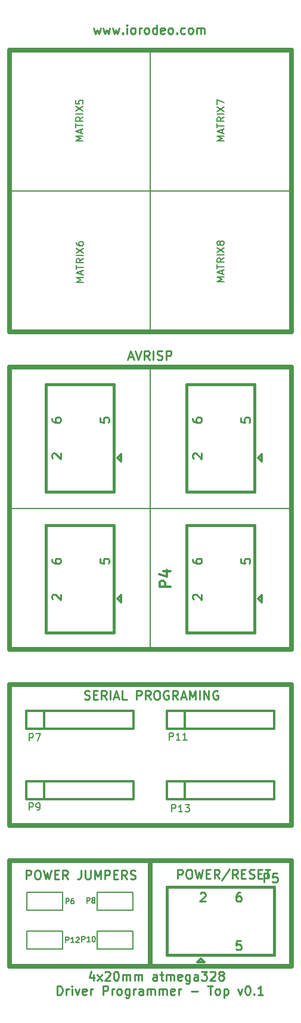
<source format=gto>
G04 (created by PCBNEW (2013-mar-13)-testing) date Tue 12 Nov 2013 05:22:57 PM PST*
%MOIN*%
G04 Gerber Fmt 3.4, Leading zero omitted, Abs format*
%FSLAX34Y34*%
G01*
G70*
G90*
G04 APERTURE LIST*
%ADD10C,0.005906*%
%ADD11C,0.010000*%
%ADD12C,0.027559*%
%ADD13C,0.006000*%
%ADD14C,0.012000*%
%ADD15C,0.011811*%
%ADD16C,0.015000*%
%ADD17C,0.008000*%
G04 APERTURE END LIST*
G54D10*
G54D11*
X24390Y-18442D02*
X24486Y-18776D01*
X24581Y-18538D01*
X24676Y-18776D01*
X24771Y-18442D01*
X24914Y-18442D02*
X25010Y-18776D01*
X25105Y-18538D01*
X25200Y-18776D01*
X25295Y-18442D01*
X25438Y-18442D02*
X25533Y-18776D01*
X25629Y-18538D01*
X25724Y-18776D01*
X25819Y-18442D01*
X26010Y-18728D02*
X26033Y-18752D01*
X26010Y-18776D01*
X25986Y-18752D01*
X26010Y-18728D01*
X26010Y-18776D01*
X26248Y-18776D02*
X26248Y-18442D01*
X26248Y-18276D02*
X26224Y-18300D01*
X26248Y-18323D01*
X26271Y-18300D01*
X26248Y-18276D01*
X26248Y-18323D01*
X26557Y-18776D02*
X26510Y-18752D01*
X26486Y-18728D01*
X26462Y-18680D01*
X26462Y-18538D01*
X26486Y-18490D01*
X26510Y-18466D01*
X26557Y-18442D01*
X26629Y-18442D01*
X26676Y-18466D01*
X26700Y-18490D01*
X26724Y-18538D01*
X26724Y-18680D01*
X26700Y-18728D01*
X26676Y-18752D01*
X26629Y-18776D01*
X26557Y-18776D01*
X26938Y-18776D02*
X26938Y-18442D01*
X26938Y-18538D02*
X26962Y-18490D01*
X26986Y-18466D01*
X27033Y-18442D01*
X27081Y-18442D01*
X27319Y-18776D02*
X27271Y-18752D01*
X27248Y-18728D01*
X27224Y-18680D01*
X27224Y-18538D01*
X27248Y-18490D01*
X27271Y-18466D01*
X27319Y-18442D01*
X27390Y-18442D01*
X27438Y-18466D01*
X27462Y-18490D01*
X27486Y-18538D01*
X27486Y-18680D01*
X27462Y-18728D01*
X27438Y-18752D01*
X27390Y-18776D01*
X27319Y-18776D01*
X27914Y-18776D02*
X27914Y-18276D01*
X27914Y-18752D02*
X27867Y-18776D01*
X27771Y-18776D01*
X27724Y-18752D01*
X27700Y-18728D01*
X27676Y-18680D01*
X27676Y-18538D01*
X27700Y-18490D01*
X27724Y-18466D01*
X27771Y-18442D01*
X27867Y-18442D01*
X27914Y-18466D01*
X28343Y-18752D02*
X28295Y-18776D01*
X28200Y-18776D01*
X28152Y-18752D01*
X28129Y-18704D01*
X28129Y-18514D01*
X28152Y-18466D01*
X28200Y-18442D01*
X28295Y-18442D01*
X28343Y-18466D01*
X28367Y-18514D01*
X28367Y-18561D01*
X28129Y-18609D01*
X28652Y-18776D02*
X28605Y-18752D01*
X28581Y-18728D01*
X28557Y-18680D01*
X28557Y-18538D01*
X28581Y-18490D01*
X28605Y-18466D01*
X28652Y-18442D01*
X28724Y-18442D01*
X28771Y-18466D01*
X28795Y-18490D01*
X28819Y-18538D01*
X28819Y-18680D01*
X28795Y-18728D01*
X28771Y-18752D01*
X28724Y-18776D01*
X28652Y-18776D01*
X29033Y-18728D02*
X29057Y-18752D01*
X29033Y-18776D01*
X29010Y-18752D01*
X29033Y-18728D01*
X29033Y-18776D01*
X29486Y-18752D02*
X29438Y-18776D01*
X29343Y-18776D01*
X29295Y-18752D01*
X29271Y-18728D01*
X29248Y-18680D01*
X29248Y-18538D01*
X29271Y-18490D01*
X29295Y-18466D01*
X29343Y-18442D01*
X29438Y-18442D01*
X29486Y-18466D01*
X29771Y-18776D02*
X29724Y-18752D01*
X29700Y-18728D01*
X29676Y-18680D01*
X29676Y-18538D01*
X29700Y-18490D01*
X29724Y-18466D01*
X29771Y-18442D01*
X29843Y-18442D01*
X29890Y-18466D01*
X29914Y-18490D01*
X29938Y-18538D01*
X29938Y-18680D01*
X29914Y-18728D01*
X29890Y-18752D01*
X29843Y-18776D01*
X29771Y-18776D01*
X30152Y-18776D02*
X30152Y-18442D01*
X30152Y-18490D02*
X30176Y-18466D01*
X30224Y-18442D01*
X30295Y-18442D01*
X30343Y-18466D01*
X30367Y-18514D01*
X30367Y-18776D01*
X30367Y-18514D02*
X30390Y-18466D01*
X30438Y-18442D01*
X30510Y-18442D01*
X30557Y-18466D01*
X30581Y-18514D01*
X30581Y-18776D01*
X24380Y-71307D02*
X24380Y-71641D01*
X24261Y-71117D02*
X24142Y-71474D01*
X24452Y-71474D01*
X24595Y-71641D02*
X24856Y-71307D01*
X24595Y-71307D02*
X24856Y-71641D01*
X25023Y-71188D02*
X25047Y-71165D01*
X25095Y-71141D01*
X25214Y-71141D01*
X25261Y-71165D01*
X25285Y-71188D01*
X25309Y-71236D01*
X25309Y-71284D01*
X25285Y-71355D01*
X24999Y-71641D01*
X25309Y-71641D01*
X25618Y-71141D02*
X25666Y-71141D01*
X25714Y-71165D01*
X25737Y-71188D01*
X25761Y-71236D01*
X25785Y-71331D01*
X25785Y-71450D01*
X25761Y-71545D01*
X25737Y-71593D01*
X25714Y-71617D01*
X25666Y-71641D01*
X25618Y-71641D01*
X25571Y-71617D01*
X25547Y-71593D01*
X25523Y-71545D01*
X25499Y-71450D01*
X25499Y-71331D01*
X25523Y-71236D01*
X25547Y-71188D01*
X25571Y-71165D01*
X25618Y-71141D01*
X25999Y-71641D02*
X25999Y-71307D01*
X25999Y-71355D02*
X26023Y-71331D01*
X26071Y-71307D01*
X26142Y-71307D01*
X26190Y-71331D01*
X26214Y-71379D01*
X26214Y-71641D01*
X26214Y-71379D02*
X26237Y-71331D01*
X26285Y-71307D01*
X26356Y-71307D01*
X26404Y-71331D01*
X26428Y-71379D01*
X26428Y-71641D01*
X26666Y-71641D02*
X26666Y-71307D01*
X26666Y-71355D02*
X26690Y-71331D01*
X26737Y-71307D01*
X26809Y-71307D01*
X26856Y-71331D01*
X26880Y-71379D01*
X26880Y-71641D01*
X26880Y-71379D02*
X26904Y-71331D01*
X26952Y-71307D01*
X27023Y-71307D01*
X27071Y-71331D01*
X27095Y-71379D01*
X27095Y-71641D01*
X27928Y-71641D02*
X27928Y-71379D01*
X27904Y-71331D01*
X27856Y-71307D01*
X27761Y-71307D01*
X27714Y-71331D01*
X27928Y-71617D02*
X27880Y-71641D01*
X27761Y-71641D01*
X27714Y-71617D01*
X27690Y-71569D01*
X27690Y-71522D01*
X27714Y-71474D01*
X27761Y-71450D01*
X27880Y-71450D01*
X27928Y-71426D01*
X28095Y-71307D02*
X28285Y-71307D01*
X28166Y-71141D02*
X28166Y-71569D01*
X28190Y-71617D01*
X28237Y-71641D01*
X28285Y-71641D01*
X28452Y-71641D02*
X28452Y-71307D01*
X28452Y-71355D02*
X28475Y-71331D01*
X28523Y-71307D01*
X28595Y-71307D01*
X28642Y-71331D01*
X28666Y-71379D01*
X28666Y-71641D01*
X28666Y-71379D02*
X28690Y-71331D01*
X28737Y-71307D01*
X28809Y-71307D01*
X28856Y-71331D01*
X28880Y-71379D01*
X28880Y-71641D01*
X29309Y-71617D02*
X29261Y-71641D01*
X29166Y-71641D01*
X29118Y-71617D01*
X29095Y-71569D01*
X29095Y-71379D01*
X29118Y-71331D01*
X29166Y-71307D01*
X29261Y-71307D01*
X29309Y-71331D01*
X29333Y-71379D01*
X29333Y-71426D01*
X29095Y-71474D01*
X29761Y-71307D02*
X29761Y-71712D01*
X29737Y-71760D01*
X29714Y-71784D01*
X29666Y-71807D01*
X29594Y-71807D01*
X29547Y-71784D01*
X29761Y-71617D02*
X29714Y-71641D01*
X29618Y-71641D01*
X29571Y-71617D01*
X29547Y-71593D01*
X29523Y-71545D01*
X29523Y-71403D01*
X29547Y-71355D01*
X29571Y-71331D01*
X29618Y-71307D01*
X29714Y-71307D01*
X29761Y-71331D01*
X30214Y-71641D02*
X30214Y-71379D01*
X30190Y-71331D01*
X30142Y-71307D01*
X30047Y-71307D01*
X29999Y-71331D01*
X30214Y-71617D02*
X30166Y-71641D01*
X30047Y-71641D01*
X29999Y-71617D01*
X29975Y-71569D01*
X29975Y-71522D01*
X29999Y-71474D01*
X30047Y-71450D01*
X30166Y-71450D01*
X30214Y-71426D01*
X30404Y-71141D02*
X30714Y-71141D01*
X30547Y-71331D01*
X30618Y-71331D01*
X30666Y-71355D01*
X30690Y-71379D01*
X30714Y-71426D01*
X30714Y-71545D01*
X30690Y-71593D01*
X30666Y-71617D01*
X30618Y-71641D01*
X30475Y-71641D01*
X30428Y-71617D01*
X30404Y-71593D01*
X30904Y-71188D02*
X30928Y-71165D01*
X30975Y-71141D01*
X31095Y-71141D01*
X31142Y-71165D01*
X31166Y-71188D01*
X31190Y-71236D01*
X31190Y-71284D01*
X31166Y-71355D01*
X30880Y-71641D01*
X31190Y-71641D01*
X31475Y-71355D02*
X31428Y-71331D01*
X31404Y-71307D01*
X31380Y-71260D01*
X31380Y-71236D01*
X31404Y-71188D01*
X31428Y-71165D01*
X31475Y-71141D01*
X31571Y-71141D01*
X31618Y-71165D01*
X31642Y-71188D01*
X31666Y-71236D01*
X31666Y-71260D01*
X31642Y-71307D01*
X31618Y-71331D01*
X31571Y-71355D01*
X31475Y-71355D01*
X31428Y-71379D01*
X31404Y-71403D01*
X31380Y-71450D01*
X31380Y-71545D01*
X31404Y-71593D01*
X31428Y-71617D01*
X31475Y-71641D01*
X31571Y-71641D01*
X31618Y-71617D01*
X31642Y-71593D01*
X31666Y-71545D01*
X31666Y-71450D01*
X31642Y-71403D01*
X31618Y-71379D01*
X31571Y-71355D01*
X22356Y-72441D02*
X22356Y-71941D01*
X22475Y-71941D01*
X22547Y-71965D01*
X22595Y-72012D01*
X22618Y-72060D01*
X22642Y-72155D01*
X22642Y-72226D01*
X22618Y-72322D01*
X22595Y-72369D01*
X22547Y-72417D01*
X22475Y-72441D01*
X22356Y-72441D01*
X22856Y-72441D02*
X22856Y-72107D01*
X22856Y-72203D02*
X22880Y-72155D01*
X22904Y-72131D01*
X22952Y-72107D01*
X22999Y-72107D01*
X23166Y-72441D02*
X23166Y-72107D01*
X23166Y-71941D02*
X23142Y-71965D01*
X23166Y-71988D01*
X23190Y-71965D01*
X23166Y-71941D01*
X23166Y-71988D01*
X23356Y-72107D02*
X23475Y-72441D01*
X23595Y-72107D01*
X23975Y-72417D02*
X23928Y-72441D01*
X23833Y-72441D01*
X23785Y-72417D01*
X23761Y-72369D01*
X23761Y-72179D01*
X23785Y-72131D01*
X23833Y-72107D01*
X23928Y-72107D01*
X23975Y-72131D01*
X23999Y-72179D01*
X23999Y-72226D01*
X23761Y-72274D01*
X24214Y-72441D02*
X24214Y-72107D01*
X24214Y-72203D02*
X24237Y-72155D01*
X24261Y-72131D01*
X24309Y-72107D01*
X24356Y-72107D01*
X24904Y-72441D02*
X24904Y-71941D01*
X25094Y-71941D01*
X25142Y-71965D01*
X25166Y-71988D01*
X25190Y-72036D01*
X25190Y-72107D01*
X25166Y-72155D01*
X25142Y-72179D01*
X25094Y-72203D01*
X24904Y-72203D01*
X25404Y-72441D02*
X25404Y-72107D01*
X25404Y-72203D02*
X25428Y-72155D01*
X25452Y-72131D01*
X25499Y-72107D01*
X25547Y-72107D01*
X25785Y-72441D02*
X25737Y-72417D01*
X25714Y-72393D01*
X25690Y-72345D01*
X25690Y-72203D01*
X25714Y-72155D01*
X25737Y-72131D01*
X25785Y-72107D01*
X25856Y-72107D01*
X25904Y-72131D01*
X25928Y-72155D01*
X25952Y-72203D01*
X25952Y-72345D01*
X25928Y-72393D01*
X25904Y-72417D01*
X25856Y-72441D01*
X25785Y-72441D01*
X26380Y-72107D02*
X26380Y-72512D01*
X26356Y-72560D01*
X26333Y-72584D01*
X26285Y-72607D01*
X26214Y-72607D01*
X26166Y-72584D01*
X26380Y-72417D02*
X26333Y-72441D01*
X26237Y-72441D01*
X26190Y-72417D01*
X26166Y-72393D01*
X26142Y-72345D01*
X26142Y-72203D01*
X26166Y-72155D01*
X26190Y-72131D01*
X26237Y-72107D01*
X26333Y-72107D01*
X26380Y-72131D01*
X26618Y-72441D02*
X26618Y-72107D01*
X26618Y-72203D02*
X26642Y-72155D01*
X26666Y-72131D01*
X26714Y-72107D01*
X26761Y-72107D01*
X27142Y-72441D02*
X27142Y-72179D01*
X27118Y-72131D01*
X27071Y-72107D01*
X26975Y-72107D01*
X26928Y-72131D01*
X27142Y-72417D02*
X27094Y-72441D01*
X26975Y-72441D01*
X26928Y-72417D01*
X26904Y-72369D01*
X26904Y-72322D01*
X26928Y-72274D01*
X26975Y-72250D01*
X27094Y-72250D01*
X27142Y-72226D01*
X27380Y-72441D02*
X27380Y-72107D01*
X27380Y-72155D02*
X27404Y-72131D01*
X27452Y-72107D01*
X27523Y-72107D01*
X27571Y-72131D01*
X27595Y-72179D01*
X27595Y-72441D01*
X27595Y-72179D02*
X27618Y-72131D01*
X27666Y-72107D01*
X27737Y-72107D01*
X27785Y-72131D01*
X27809Y-72179D01*
X27809Y-72441D01*
X28047Y-72441D02*
X28047Y-72107D01*
X28047Y-72155D02*
X28071Y-72131D01*
X28118Y-72107D01*
X28190Y-72107D01*
X28237Y-72131D01*
X28261Y-72179D01*
X28261Y-72441D01*
X28261Y-72179D02*
X28285Y-72131D01*
X28333Y-72107D01*
X28404Y-72107D01*
X28452Y-72131D01*
X28475Y-72179D01*
X28475Y-72441D01*
X28904Y-72417D02*
X28856Y-72441D01*
X28761Y-72441D01*
X28714Y-72417D01*
X28690Y-72369D01*
X28690Y-72179D01*
X28714Y-72131D01*
X28761Y-72107D01*
X28856Y-72107D01*
X28904Y-72131D01*
X28928Y-72179D01*
X28928Y-72226D01*
X28690Y-72274D01*
X29142Y-72441D02*
X29142Y-72107D01*
X29142Y-72203D02*
X29166Y-72155D01*
X29190Y-72131D01*
X29237Y-72107D01*
X29285Y-72107D01*
X29833Y-72250D02*
X30214Y-72250D01*
X30761Y-71941D02*
X31047Y-71941D01*
X30904Y-72441D02*
X30904Y-71941D01*
X31285Y-72441D02*
X31237Y-72417D01*
X31214Y-72393D01*
X31190Y-72345D01*
X31190Y-72203D01*
X31214Y-72155D01*
X31237Y-72131D01*
X31285Y-72107D01*
X31356Y-72107D01*
X31404Y-72131D01*
X31428Y-72155D01*
X31452Y-72203D01*
X31452Y-72345D01*
X31428Y-72393D01*
X31404Y-72417D01*
X31356Y-72441D01*
X31285Y-72441D01*
X31666Y-72107D02*
X31666Y-72607D01*
X31666Y-72131D02*
X31714Y-72107D01*
X31809Y-72107D01*
X31856Y-72131D01*
X31880Y-72155D01*
X31904Y-72203D01*
X31904Y-72345D01*
X31880Y-72393D01*
X31856Y-72417D01*
X31809Y-72441D01*
X31714Y-72441D01*
X31666Y-72417D01*
X32452Y-72107D02*
X32571Y-72441D01*
X32690Y-72107D01*
X32975Y-71941D02*
X33023Y-71941D01*
X33071Y-71965D01*
X33094Y-71988D01*
X33118Y-72036D01*
X33142Y-72131D01*
X33142Y-72250D01*
X33118Y-72345D01*
X33094Y-72393D01*
X33071Y-72417D01*
X33023Y-72441D01*
X32975Y-72441D01*
X32928Y-72417D01*
X32904Y-72393D01*
X32880Y-72345D01*
X32856Y-72250D01*
X32856Y-72131D01*
X32880Y-72036D01*
X32904Y-71988D01*
X32928Y-71965D01*
X32975Y-71941D01*
X33356Y-72393D02*
X33380Y-72417D01*
X33356Y-72441D01*
X33333Y-72417D01*
X33356Y-72393D01*
X33356Y-72441D01*
X33856Y-72441D02*
X33571Y-72441D01*
X33714Y-72441D02*
X33714Y-71941D01*
X33666Y-72012D01*
X33618Y-72060D01*
X33571Y-72084D01*
X26344Y-36833D02*
X26582Y-36833D01*
X26296Y-36976D02*
X26463Y-36476D01*
X26630Y-36976D01*
X26725Y-36476D02*
X26892Y-36976D01*
X27058Y-36476D01*
X27511Y-36976D02*
X27344Y-36738D01*
X27225Y-36976D02*
X27225Y-36476D01*
X27415Y-36476D01*
X27463Y-36500D01*
X27487Y-36523D01*
X27511Y-36571D01*
X27511Y-36642D01*
X27487Y-36690D01*
X27463Y-36714D01*
X27415Y-36738D01*
X27225Y-36738D01*
X27725Y-36976D02*
X27725Y-36476D01*
X27939Y-36952D02*
X28011Y-36976D01*
X28130Y-36976D01*
X28177Y-36952D01*
X28201Y-36928D01*
X28225Y-36880D01*
X28225Y-36833D01*
X28201Y-36785D01*
X28177Y-36761D01*
X28130Y-36738D01*
X28035Y-36714D01*
X27987Y-36690D01*
X27963Y-36666D01*
X27939Y-36619D01*
X27939Y-36571D01*
X27963Y-36523D01*
X27987Y-36500D01*
X28035Y-36476D01*
X28154Y-36476D01*
X28225Y-36500D01*
X28439Y-36976D02*
X28439Y-36476D01*
X28630Y-36476D01*
X28677Y-36500D01*
X28701Y-36523D01*
X28725Y-36571D01*
X28725Y-36642D01*
X28701Y-36690D01*
X28677Y-36714D01*
X28630Y-36738D01*
X28439Y-36738D01*
X20602Y-65986D02*
X20602Y-65486D01*
X20792Y-65486D01*
X20840Y-65510D01*
X20864Y-65533D01*
X20888Y-65581D01*
X20888Y-65652D01*
X20864Y-65700D01*
X20840Y-65724D01*
X20792Y-65748D01*
X20602Y-65748D01*
X21197Y-65486D02*
X21292Y-65486D01*
X21340Y-65510D01*
X21388Y-65557D01*
X21411Y-65652D01*
X21411Y-65819D01*
X21388Y-65914D01*
X21340Y-65962D01*
X21292Y-65986D01*
X21197Y-65986D01*
X21149Y-65962D01*
X21102Y-65914D01*
X21078Y-65819D01*
X21078Y-65652D01*
X21102Y-65557D01*
X21149Y-65510D01*
X21197Y-65486D01*
X21578Y-65486D02*
X21697Y-65986D01*
X21792Y-65629D01*
X21888Y-65986D01*
X22007Y-65486D01*
X22197Y-65724D02*
X22364Y-65724D01*
X22435Y-65986D02*
X22197Y-65986D01*
X22197Y-65486D01*
X22435Y-65486D01*
X22935Y-65986D02*
X22769Y-65748D01*
X22650Y-65986D02*
X22650Y-65486D01*
X22840Y-65486D01*
X22888Y-65510D01*
X22911Y-65533D01*
X22935Y-65581D01*
X22935Y-65652D01*
X22911Y-65700D01*
X22888Y-65724D01*
X22840Y-65748D01*
X22650Y-65748D01*
X23673Y-65486D02*
X23673Y-65843D01*
X23650Y-65914D01*
X23602Y-65962D01*
X23530Y-65986D01*
X23483Y-65986D01*
X23911Y-65486D02*
X23911Y-65890D01*
X23935Y-65938D01*
X23959Y-65962D01*
X24007Y-65986D01*
X24102Y-65986D01*
X24150Y-65962D01*
X24173Y-65938D01*
X24197Y-65890D01*
X24197Y-65486D01*
X24435Y-65986D02*
X24435Y-65486D01*
X24602Y-65843D01*
X24769Y-65486D01*
X24769Y-65986D01*
X25007Y-65986D02*
X25007Y-65486D01*
X25197Y-65486D01*
X25245Y-65510D01*
X25269Y-65533D01*
X25292Y-65581D01*
X25292Y-65652D01*
X25269Y-65700D01*
X25245Y-65724D01*
X25197Y-65748D01*
X25007Y-65748D01*
X25507Y-65724D02*
X25673Y-65724D01*
X25745Y-65986D02*
X25507Y-65986D01*
X25507Y-65486D01*
X25745Y-65486D01*
X26245Y-65986D02*
X26078Y-65748D01*
X25959Y-65986D02*
X25959Y-65486D01*
X26150Y-65486D01*
X26197Y-65510D01*
X26221Y-65533D01*
X26245Y-65581D01*
X26245Y-65652D01*
X26221Y-65700D01*
X26197Y-65724D01*
X26150Y-65748D01*
X25959Y-65748D01*
X26435Y-65962D02*
X26507Y-65986D01*
X26626Y-65986D01*
X26673Y-65962D01*
X26697Y-65938D01*
X26721Y-65890D01*
X26721Y-65843D01*
X26697Y-65795D01*
X26673Y-65771D01*
X26626Y-65748D01*
X26530Y-65724D01*
X26483Y-65700D01*
X26459Y-65676D01*
X26435Y-65629D01*
X26435Y-65581D01*
X26459Y-65533D01*
X26483Y-65510D01*
X26530Y-65486D01*
X26650Y-65486D01*
X26721Y-65510D01*
G54D12*
X27559Y-64960D02*
X27559Y-70866D01*
G54D11*
X23876Y-55922D02*
X23948Y-55946D01*
X24067Y-55946D01*
X24115Y-55922D01*
X24138Y-55898D01*
X24162Y-55850D01*
X24162Y-55803D01*
X24138Y-55755D01*
X24115Y-55731D01*
X24067Y-55708D01*
X23972Y-55684D01*
X23924Y-55660D01*
X23900Y-55636D01*
X23876Y-55589D01*
X23876Y-55541D01*
X23900Y-55493D01*
X23924Y-55470D01*
X23972Y-55446D01*
X24091Y-55446D01*
X24162Y-55470D01*
X24376Y-55684D02*
X24543Y-55684D01*
X24615Y-55946D02*
X24376Y-55946D01*
X24376Y-55446D01*
X24615Y-55446D01*
X25115Y-55946D02*
X24948Y-55708D01*
X24829Y-55946D02*
X24829Y-55446D01*
X25019Y-55446D01*
X25067Y-55470D01*
X25091Y-55493D01*
X25115Y-55541D01*
X25115Y-55612D01*
X25091Y-55660D01*
X25067Y-55684D01*
X25019Y-55708D01*
X24829Y-55708D01*
X25329Y-55946D02*
X25329Y-55446D01*
X25543Y-55803D02*
X25781Y-55803D01*
X25495Y-55946D02*
X25662Y-55446D01*
X25829Y-55946D01*
X26234Y-55946D02*
X25995Y-55946D01*
X25995Y-55446D01*
X26781Y-55946D02*
X26781Y-55446D01*
X26972Y-55446D01*
X27019Y-55470D01*
X27043Y-55493D01*
X27067Y-55541D01*
X27067Y-55612D01*
X27043Y-55660D01*
X27019Y-55684D01*
X26972Y-55708D01*
X26781Y-55708D01*
X27567Y-55946D02*
X27400Y-55708D01*
X27281Y-55946D02*
X27281Y-55446D01*
X27472Y-55446D01*
X27519Y-55470D01*
X27543Y-55493D01*
X27567Y-55541D01*
X27567Y-55612D01*
X27543Y-55660D01*
X27519Y-55684D01*
X27472Y-55708D01*
X27281Y-55708D01*
X27876Y-55446D02*
X27972Y-55446D01*
X28019Y-55470D01*
X28067Y-55517D01*
X28091Y-55612D01*
X28091Y-55779D01*
X28067Y-55874D01*
X28019Y-55922D01*
X27972Y-55946D01*
X27876Y-55946D01*
X27829Y-55922D01*
X27781Y-55874D01*
X27757Y-55779D01*
X27757Y-55612D01*
X27781Y-55517D01*
X27829Y-55470D01*
X27876Y-55446D01*
X28567Y-55470D02*
X28519Y-55446D01*
X28448Y-55446D01*
X28376Y-55470D01*
X28329Y-55517D01*
X28305Y-55565D01*
X28281Y-55660D01*
X28281Y-55731D01*
X28305Y-55827D01*
X28329Y-55874D01*
X28376Y-55922D01*
X28448Y-55946D01*
X28495Y-55946D01*
X28567Y-55922D01*
X28591Y-55898D01*
X28591Y-55731D01*
X28495Y-55731D01*
X29091Y-55946D02*
X28924Y-55708D01*
X28805Y-55946D02*
X28805Y-55446D01*
X28995Y-55446D01*
X29043Y-55470D01*
X29067Y-55493D01*
X29091Y-55541D01*
X29091Y-55612D01*
X29067Y-55660D01*
X29043Y-55684D01*
X28995Y-55708D01*
X28805Y-55708D01*
X29281Y-55803D02*
X29519Y-55803D01*
X29234Y-55946D02*
X29400Y-55446D01*
X29567Y-55946D01*
X29734Y-55946D02*
X29734Y-55446D01*
X29900Y-55803D01*
X30067Y-55446D01*
X30067Y-55946D01*
X30305Y-55946D02*
X30305Y-55446D01*
X30543Y-55946D02*
X30543Y-55446D01*
X30829Y-55946D01*
X30829Y-55446D01*
X31329Y-55470D02*
X31281Y-55446D01*
X31210Y-55446D01*
X31138Y-55470D01*
X31091Y-55517D01*
X31067Y-55565D01*
X31043Y-55660D01*
X31043Y-55731D01*
X31067Y-55827D01*
X31091Y-55874D01*
X31138Y-55922D01*
X31210Y-55946D01*
X31257Y-55946D01*
X31329Y-55922D01*
X31353Y-55898D01*
X31353Y-55731D01*
X31257Y-55731D01*
X29087Y-65941D02*
X29087Y-65441D01*
X29277Y-65441D01*
X29325Y-65465D01*
X29349Y-65488D01*
X29373Y-65536D01*
X29373Y-65607D01*
X29349Y-65655D01*
X29325Y-65679D01*
X29277Y-65703D01*
X29087Y-65703D01*
X29682Y-65441D02*
X29777Y-65441D01*
X29825Y-65465D01*
X29873Y-65512D01*
X29896Y-65607D01*
X29896Y-65774D01*
X29873Y-65869D01*
X29825Y-65917D01*
X29777Y-65941D01*
X29682Y-65941D01*
X29634Y-65917D01*
X29587Y-65869D01*
X29563Y-65774D01*
X29563Y-65607D01*
X29587Y-65512D01*
X29634Y-65465D01*
X29682Y-65441D01*
X30063Y-65441D02*
X30182Y-65941D01*
X30277Y-65584D01*
X30373Y-65941D01*
X30492Y-65441D01*
X30682Y-65679D02*
X30849Y-65679D01*
X30920Y-65941D02*
X30682Y-65941D01*
X30682Y-65441D01*
X30920Y-65441D01*
X31420Y-65941D02*
X31254Y-65703D01*
X31135Y-65941D02*
X31135Y-65441D01*
X31325Y-65441D01*
X31373Y-65465D01*
X31396Y-65488D01*
X31420Y-65536D01*
X31420Y-65607D01*
X31396Y-65655D01*
X31373Y-65679D01*
X31325Y-65703D01*
X31135Y-65703D01*
X31992Y-65417D02*
X31563Y-66060D01*
X32444Y-65941D02*
X32277Y-65703D01*
X32158Y-65941D02*
X32158Y-65441D01*
X32349Y-65441D01*
X32396Y-65465D01*
X32420Y-65488D01*
X32444Y-65536D01*
X32444Y-65607D01*
X32420Y-65655D01*
X32396Y-65679D01*
X32349Y-65703D01*
X32158Y-65703D01*
X32658Y-65679D02*
X32825Y-65679D01*
X32896Y-65941D02*
X32658Y-65941D01*
X32658Y-65441D01*
X32896Y-65441D01*
X33087Y-65917D02*
X33158Y-65941D01*
X33277Y-65941D01*
X33325Y-65917D01*
X33349Y-65893D01*
X33373Y-65845D01*
X33373Y-65798D01*
X33349Y-65750D01*
X33325Y-65726D01*
X33277Y-65703D01*
X33182Y-65679D01*
X33135Y-65655D01*
X33111Y-65631D01*
X33087Y-65584D01*
X33087Y-65536D01*
X33111Y-65488D01*
X33135Y-65465D01*
X33182Y-65441D01*
X33301Y-65441D01*
X33373Y-65465D01*
X33587Y-65679D02*
X33754Y-65679D01*
X33825Y-65941D02*
X33587Y-65941D01*
X33587Y-65441D01*
X33825Y-65441D01*
X33968Y-65441D02*
X34254Y-65441D01*
X34111Y-65941D02*
X34111Y-65441D01*
G54D12*
X35433Y-64960D02*
X35433Y-70866D01*
X19685Y-64960D02*
X19685Y-70866D01*
X19685Y-70866D02*
X35433Y-70866D01*
X19685Y-64960D02*
X35433Y-64960D01*
X35433Y-55118D02*
X35433Y-62992D01*
X19685Y-55118D02*
X19685Y-62992D01*
X19685Y-55118D02*
X35433Y-55118D01*
X19685Y-62992D02*
X35433Y-62992D01*
X35433Y-53149D02*
X35433Y-37401D01*
X19685Y-53149D02*
X35433Y-53149D01*
X19685Y-37401D02*
X19685Y-53149D01*
X35433Y-37401D02*
X19685Y-37401D01*
X35433Y-19685D02*
X19685Y-19685D01*
X35433Y-35433D02*
X35433Y-19685D01*
X19685Y-35433D02*
X35433Y-35433D01*
X19685Y-19685D02*
X19685Y-35433D01*
G54D10*
X23622Y-37401D02*
X27559Y-37401D01*
X27559Y-37401D02*
X27559Y-45275D01*
X27559Y-45275D02*
X19685Y-45275D01*
X19685Y-45275D02*
X19685Y-37401D01*
X19685Y-37401D02*
X23818Y-37401D01*
X23622Y-45275D02*
X27559Y-45275D01*
X27559Y-45275D02*
X27559Y-53149D01*
X27559Y-53149D02*
X19685Y-53149D01*
X19685Y-53149D02*
X19685Y-45275D01*
X19685Y-45275D02*
X23818Y-45275D01*
X31496Y-37401D02*
X35433Y-37401D01*
X35433Y-37401D02*
X35433Y-45275D01*
X35433Y-45275D02*
X27559Y-45275D01*
X27559Y-45275D02*
X27559Y-37401D01*
X27559Y-37401D02*
X31692Y-37401D01*
X31496Y-45275D02*
X35433Y-45275D01*
X35433Y-45275D02*
X35433Y-53149D01*
X35433Y-53149D02*
X27559Y-53149D01*
X27559Y-53149D02*
X27559Y-45275D01*
X27559Y-45275D02*
X31692Y-45275D01*
X23622Y-19685D02*
X27559Y-19685D01*
X27559Y-19685D02*
X27559Y-27559D01*
X27559Y-27559D02*
X19685Y-27559D01*
X19685Y-27559D02*
X19685Y-19685D01*
X19685Y-19685D02*
X23818Y-19685D01*
X23622Y-27559D02*
X27559Y-27559D01*
X27559Y-27559D02*
X27559Y-35433D01*
X27559Y-35433D02*
X19685Y-35433D01*
X19685Y-35433D02*
X19685Y-27559D01*
X19685Y-27559D02*
X23818Y-27559D01*
X31496Y-19685D02*
X35433Y-19685D01*
X35433Y-19685D02*
X35433Y-27559D01*
X35433Y-27559D02*
X27559Y-27559D01*
X27559Y-27559D02*
X27559Y-19685D01*
X27559Y-19685D02*
X31692Y-19685D01*
X31496Y-27559D02*
X35433Y-27559D01*
X35433Y-27559D02*
X35433Y-35433D01*
X35433Y-35433D02*
X27559Y-35433D01*
X27559Y-35433D02*
X27559Y-27559D01*
X27559Y-27559D02*
X31692Y-27559D01*
G54D13*
X20653Y-67724D02*
X20653Y-66724D01*
X20653Y-66724D02*
X22653Y-66724D01*
X22653Y-66724D02*
X22653Y-67724D01*
X22653Y-67724D02*
X20653Y-67724D01*
G54D14*
X20622Y-57586D02*
X20622Y-56586D01*
X20622Y-56586D02*
X26622Y-56586D01*
X26622Y-56586D02*
X26622Y-57586D01*
X26622Y-57586D02*
X20622Y-57586D01*
X21622Y-57586D02*
X21622Y-56586D01*
G54D13*
X24590Y-67724D02*
X24590Y-66724D01*
X24590Y-66724D02*
X26590Y-66724D01*
X26590Y-66724D02*
X26590Y-67724D01*
X26590Y-67724D02*
X24590Y-67724D01*
G54D14*
X20622Y-61523D02*
X20622Y-60523D01*
X20622Y-60523D02*
X26622Y-60523D01*
X26622Y-60523D02*
X26622Y-61523D01*
X26622Y-61523D02*
X20622Y-61523D01*
X21622Y-61523D02*
X21622Y-60523D01*
G54D13*
X24590Y-69889D02*
X24590Y-68889D01*
X24590Y-68889D02*
X26590Y-68889D01*
X26590Y-68889D02*
X26590Y-69889D01*
X26590Y-69889D02*
X24590Y-69889D01*
G54D14*
X28496Y-57586D02*
X28496Y-56586D01*
X28496Y-56586D02*
X34496Y-56586D01*
X34496Y-56586D02*
X34496Y-57586D01*
X34496Y-57586D02*
X28496Y-57586D01*
X29496Y-57586D02*
X29496Y-56586D01*
G54D13*
X20653Y-69889D02*
X20653Y-68889D01*
X20653Y-68889D02*
X22653Y-68889D01*
X22653Y-68889D02*
X22653Y-69889D01*
X22653Y-69889D02*
X20653Y-69889D01*
G54D14*
X28496Y-61523D02*
X28496Y-60523D01*
X28496Y-60523D02*
X34496Y-60523D01*
X34496Y-60523D02*
X34496Y-61523D01*
X34496Y-61523D02*
X28496Y-61523D01*
X29496Y-61523D02*
X29496Y-60523D01*
G54D15*
X30396Y-70407D02*
X30196Y-70607D01*
X30196Y-70607D02*
X30596Y-70607D01*
X30596Y-70607D02*
X30396Y-70407D01*
G54D16*
X28496Y-70207D02*
X34496Y-70207D01*
X28496Y-66407D02*
X34496Y-66407D01*
X34496Y-66407D02*
X34496Y-70207D01*
X28496Y-70207D02*
X28496Y-66407D01*
G54D15*
X33596Y-50312D02*
X33796Y-50512D01*
X33796Y-50512D02*
X33796Y-50112D01*
X33796Y-50112D02*
X33596Y-50312D01*
G54D16*
X33396Y-52212D02*
X33396Y-46212D01*
X29596Y-52212D02*
X29596Y-46212D01*
X29596Y-46212D02*
X33396Y-46212D01*
X33396Y-52212D02*
X29596Y-52212D01*
G54D15*
X33596Y-42438D02*
X33796Y-42638D01*
X33796Y-42638D02*
X33796Y-42238D01*
X33796Y-42238D02*
X33596Y-42438D01*
G54D16*
X33396Y-44338D02*
X33396Y-38338D01*
X29596Y-44338D02*
X29596Y-38338D01*
X29596Y-38338D02*
X33396Y-38338D01*
X33396Y-44338D02*
X29596Y-44338D01*
G54D15*
X25722Y-50312D02*
X25922Y-50512D01*
X25922Y-50512D02*
X25922Y-50112D01*
X25922Y-50112D02*
X25722Y-50312D01*
G54D16*
X25522Y-52212D02*
X25522Y-46212D01*
X21722Y-52212D02*
X21722Y-46212D01*
X21722Y-46212D02*
X25522Y-46212D01*
X25522Y-52212D02*
X21722Y-52212D01*
G54D15*
X25722Y-42438D02*
X25922Y-42638D01*
X25922Y-42638D02*
X25922Y-42238D01*
X25922Y-42238D02*
X25722Y-42438D01*
G54D16*
X25522Y-44338D02*
X25522Y-38338D01*
X21722Y-44338D02*
X21722Y-38338D01*
X21722Y-38338D02*
X25522Y-38338D01*
X25522Y-44338D02*
X21722Y-44338D01*
G54D17*
X23795Y-24758D02*
X23395Y-24758D01*
X23681Y-24625D01*
X23395Y-24491D01*
X23795Y-24491D01*
X23681Y-24320D02*
X23681Y-24129D01*
X23795Y-24358D02*
X23395Y-24224D01*
X23795Y-24091D01*
X23395Y-24015D02*
X23395Y-23786D01*
X23795Y-23901D02*
X23395Y-23901D01*
X23795Y-23425D02*
X23605Y-23558D01*
X23795Y-23653D02*
X23395Y-23653D01*
X23395Y-23501D01*
X23415Y-23463D01*
X23434Y-23444D01*
X23472Y-23425D01*
X23529Y-23425D01*
X23567Y-23444D01*
X23586Y-23463D01*
X23605Y-23501D01*
X23605Y-23653D01*
X23795Y-23253D02*
X23395Y-23253D01*
X23395Y-23101D02*
X23795Y-22834D01*
X23395Y-22834D02*
X23795Y-23101D01*
X23395Y-22491D02*
X23395Y-22682D01*
X23586Y-22701D01*
X23567Y-22682D01*
X23548Y-22644D01*
X23548Y-22548D01*
X23567Y-22510D01*
X23586Y-22491D01*
X23624Y-22472D01*
X23719Y-22472D01*
X23757Y-22491D01*
X23776Y-22510D01*
X23795Y-22548D01*
X23795Y-22644D01*
X23776Y-22682D01*
X23757Y-22701D01*
X23810Y-32663D02*
X23410Y-32663D01*
X23696Y-32530D01*
X23410Y-32396D01*
X23810Y-32396D01*
X23696Y-32225D02*
X23696Y-32034D01*
X23810Y-32263D02*
X23410Y-32129D01*
X23810Y-31996D01*
X23410Y-31920D02*
X23410Y-31691D01*
X23810Y-31806D02*
X23410Y-31806D01*
X23810Y-31330D02*
X23620Y-31463D01*
X23810Y-31558D02*
X23410Y-31558D01*
X23410Y-31406D01*
X23430Y-31368D01*
X23449Y-31349D01*
X23487Y-31330D01*
X23544Y-31330D01*
X23582Y-31349D01*
X23601Y-31368D01*
X23620Y-31406D01*
X23620Y-31558D01*
X23810Y-31158D02*
X23410Y-31158D01*
X23410Y-31006D02*
X23810Y-30739D01*
X23410Y-30739D02*
X23810Y-31006D01*
X23410Y-30415D02*
X23410Y-30491D01*
X23430Y-30529D01*
X23449Y-30549D01*
X23506Y-30587D01*
X23582Y-30606D01*
X23734Y-30606D01*
X23772Y-30587D01*
X23791Y-30568D01*
X23810Y-30529D01*
X23810Y-30453D01*
X23791Y-30415D01*
X23772Y-30396D01*
X23734Y-30377D01*
X23639Y-30377D01*
X23601Y-30396D01*
X23582Y-30415D01*
X23563Y-30453D01*
X23563Y-30529D01*
X23582Y-30568D01*
X23601Y-30587D01*
X23639Y-30606D01*
X31685Y-24763D02*
X31285Y-24763D01*
X31571Y-24630D01*
X31285Y-24496D01*
X31685Y-24496D01*
X31571Y-24325D02*
X31571Y-24134D01*
X31685Y-24363D02*
X31285Y-24229D01*
X31685Y-24096D01*
X31285Y-24020D02*
X31285Y-23791D01*
X31685Y-23906D02*
X31285Y-23906D01*
X31685Y-23430D02*
X31495Y-23563D01*
X31685Y-23658D02*
X31285Y-23658D01*
X31285Y-23506D01*
X31305Y-23468D01*
X31324Y-23449D01*
X31362Y-23430D01*
X31419Y-23430D01*
X31457Y-23449D01*
X31476Y-23468D01*
X31495Y-23506D01*
X31495Y-23658D01*
X31685Y-23258D02*
X31285Y-23258D01*
X31285Y-23106D02*
X31685Y-22839D01*
X31285Y-22839D02*
X31685Y-23106D01*
X31285Y-22725D02*
X31285Y-22458D01*
X31685Y-22629D01*
X31680Y-32628D02*
X31280Y-32628D01*
X31566Y-32495D01*
X31280Y-32361D01*
X31680Y-32361D01*
X31566Y-32190D02*
X31566Y-31999D01*
X31680Y-32228D02*
X31280Y-32094D01*
X31680Y-31961D01*
X31280Y-31885D02*
X31280Y-31656D01*
X31680Y-31771D02*
X31280Y-31771D01*
X31680Y-31295D02*
X31490Y-31428D01*
X31680Y-31523D02*
X31280Y-31523D01*
X31280Y-31371D01*
X31300Y-31333D01*
X31319Y-31314D01*
X31357Y-31295D01*
X31414Y-31295D01*
X31452Y-31314D01*
X31471Y-31333D01*
X31490Y-31371D01*
X31490Y-31523D01*
X31680Y-31123D02*
X31280Y-31123D01*
X31280Y-30971D02*
X31680Y-30704D01*
X31280Y-30704D02*
X31680Y-30971D01*
X31452Y-30494D02*
X31433Y-30533D01*
X31414Y-30552D01*
X31376Y-30571D01*
X31357Y-30571D01*
X31319Y-30552D01*
X31300Y-30533D01*
X31280Y-30494D01*
X31280Y-30418D01*
X31300Y-30380D01*
X31319Y-30361D01*
X31357Y-30342D01*
X31376Y-30342D01*
X31414Y-30361D01*
X31433Y-30380D01*
X31452Y-30418D01*
X31452Y-30494D01*
X31471Y-30533D01*
X31490Y-30552D01*
X31528Y-30571D01*
X31604Y-30571D01*
X31642Y-30552D01*
X31661Y-30533D01*
X31680Y-30494D01*
X31680Y-30418D01*
X31661Y-30380D01*
X31642Y-30361D01*
X31604Y-30342D01*
X31528Y-30342D01*
X31490Y-30361D01*
X31471Y-30380D01*
X31452Y-30418D01*
G54D13*
X22833Y-67363D02*
X22833Y-67063D01*
X22947Y-67063D01*
X22976Y-67077D01*
X22990Y-67091D01*
X23005Y-67120D01*
X23005Y-67163D01*
X22990Y-67191D01*
X22976Y-67205D01*
X22947Y-67220D01*
X22833Y-67220D01*
X23262Y-67063D02*
X23205Y-67063D01*
X23176Y-67077D01*
X23162Y-67091D01*
X23133Y-67134D01*
X23119Y-67191D01*
X23119Y-67305D01*
X23133Y-67334D01*
X23147Y-67348D01*
X23176Y-67363D01*
X23233Y-67363D01*
X23262Y-67348D01*
X23276Y-67334D01*
X23290Y-67305D01*
X23290Y-67234D01*
X23276Y-67205D01*
X23262Y-67191D01*
X23233Y-67177D01*
X23176Y-67177D01*
X23147Y-67191D01*
X23133Y-67205D01*
X23119Y-67234D01*
G54D17*
X20779Y-58260D02*
X20779Y-57860D01*
X20932Y-57860D01*
X20970Y-57880D01*
X20989Y-57899D01*
X21008Y-57937D01*
X21008Y-57994D01*
X20989Y-58032D01*
X20970Y-58051D01*
X20932Y-58070D01*
X20779Y-58070D01*
X21141Y-57860D02*
X21408Y-57860D01*
X21236Y-58260D01*
G54D13*
X24004Y-67318D02*
X24004Y-67018D01*
X24118Y-67018D01*
X24147Y-67032D01*
X24161Y-67046D01*
X24175Y-67075D01*
X24175Y-67118D01*
X24161Y-67146D01*
X24147Y-67160D01*
X24118Y-67175D01*
X24004Y-67175D01*
X24347Y-67146D02*
X24318Y-67132D01*
X24304Y-67118D01*
X24290Y-67089D01*
X24290Y-67075D01*
X24304Y-67046D01*
X24318Y-67032D01*
X24347Y-67018D01*
X24404Y-67018D01*
X24433Y-67032D01*
X24447Y-67046D01*
X24461Y-67075D01*
X24461Y-67089D01*
X24447Y-67118D01*
X24433Y-67132D01*
X24404Y-67146D01*
X24347Y-67146D01*
X24318Y-67160D01*
X24304Y-67175D01*
X24290Y-67203D01*
X24290Y-67260D01*
X24304Y-67289D01*
X24318Y-67303D01*
X24347Y-67318D01*
X24404Y-67318D01*
X24433Y-67303D01*
X24447Y-67289D01*
X24461Y-67260D01*
X24461Y-67203D01*
X24447Y-67175D01*
X24433Y-67160D01*
X24404Y-67146D01*
G54D17*
X20779Y-62130D02*
X20779Y-61730D01*
X20932Y-61730D01*
X20970Y-61750D01*
X20989Y-61769D01*
X21008Y-61807D01*
X21008Y-61864D01*
X20989Y-61902D01*
X20970Y-61921D01*
X20932Y-61940D01*
X20779Y-61940D01*
X21198Y-62130D02*
X21275Y-62130D01*
X21313Y-62111D01*
X21332Y-62092D01*
X21370Y-62035D01*
X21389Y-61959D01*
X21389Y-61807D01*
X21370Y-61769D01*
X21351Y-61750D01*
X21313Y-61730D01*
X21236Y-61730D01*
X21198Y-61750D01*
X21179Y-61769D01*
X21160Y-61807D01*
X21160Y-61902D01*
X21179Y-61940D01*
X21198Y-61959D01*
X21236Y-61978D01*
X21313Y-61978D01*
X21351Y-61959D01*
X21370Y-61940D01*
X21389Y-61902D01*
G54D13*
X23726Y-69480D02*
X23726Y-69180D01*
X23840Y-69180D01*
X23869Y-69195D01*
X23883Y-69209D01*
X23898Y-69237D01*
X23898Y-69280D01*
X23883Y-69309D01*
X23869Y-69323D01*
X23840Y-69337D01*
X23726Y-69337D01*
X24183Y-69480D02*
X24012Y-69480D01*
X24098Y-69480D02*
X24098Y-69180D01*
X24069Y-69223D01*
X24040Y-69252D01*
X24012Y-69266D01*
X24369Y-69180D02*
X24398Y-69180D01*
X24426Y-69195D01*
X24440Y-69209D01*
X24455Y-69237D01*
X24469Y-69295D01*
X24469Y-69366D01*
X24455Y-69423D01*
X24440Y-69452D01*
X24426Y-69466D01*
X24398Y-69480D01*
X24369Y-69480D01*
X24340Y-69466D01*
X24326Y-69452D01*
X24312Y-69423D01*
X24298Y-69366D01*
X24298Y-69295D01*
X24312Y-69237D01*
X24326Y-69209D01*
X24340Y-69195D01*
X24369Y-69180D01*
G54D17*
X28619Y-58215D02*
X28619Y-57815D01*
X28771Y-57815D01*
X28809Y-57835D01*
X28828Y-57854D01*
X28847Y-57892D01*
X28847Y-57949D01*
X28828Y-57987D01*
X28809Y-58006D01*
X28771Y-58025D01*
X28619Y-58025D01*
X29228Y-58215D02*
X29000Y-58215D01*
X29114Y-58215D02*
X29114Y-57815D01*
X29076Y-57873D01*
X29038Y-57911D01*
X29000Y-57930D01*
X29609Y-58215D02*
X29381Y-58215D01*
X29495Y-58215D02*
X29495Y-57815D01*
X29457Y-57873D01*
X29419Y-57911D01*
X29381Y-57930D01*
G54D13*
X22825Y-69525D02*
X22825Y-69225D01*
X22940Y-69225D01*
X22968Y-69240D01*
X22982Y-69254D01*
X22997Y-69282D01*
X22997Y-69325D01*
X22982Y-69354D01*
X22968Y-69368D01*
X22940Y-69382D01*
X22825Y-69382D01*
X23282Y-69525D02*
X23111Y-69525D01*
X23197Y-69525D02*
X23197Y-69225D01*
X23168Y-69268D01*
X23140Y-69297D01*
X23111Y-69311D01*
X23397Y-69254D02*
X23411Y-69240D01*
X23440Y-69225D01*
X23511Y-69225D01*
X23540Y-69240D01*
X23554Y-69254D01*
X23568Y-69282D01*
X23568Y-69311D01*
X23554Y-69354D01*
X23382Y-69525D01*
X23568Y-69525D01*
G54D17*
X28754Y-62220D02*
X28754Y-61820D01*
X28906Y-61820D01*
X28944Y-61840D01*
X28963Y-61859D01*
X28982Y-61897D01*
X28982Y-61954D01*
X28963Y-61992D01*
X28944Y-62011D01*
X28906Y-62030D01*
X28754Y-62030D01*
X29363Y-62220D02*
X29135Y-62220D01*
X29249Y-62220D02*
X29249Y-61820D01*
X29211Y-61878D01*
X29173Y-61916D01*
X29135Y-61935D01*
X29497Y-61820D02*
X29744Y-61820D01*
X29611Y-61973D01*
X29668Y-61973D01*
X29706Y-61992D01*
X29725Y-62011D01*
X29744Y-62049D01*
X29744Y-62144D01*
X29725Y-62182D01*
X29706Y-62201D01*
X29668Y-62220D01*
X29554Y-62220D01*
X29516Y-62201D01*
X29497Y-62182D01*
G54D11*
X33905Y-66161D02*
X33905Y-65661D01*
X34096Y-65661D01*
X34144Y-65685D01*
X34167Y-65708D01*
X34191Y-65756D01*
X34191Y-65827D01*
X34167Y-65875D01*
X34144Y-65899D01*
X34096Y-65923D01*
X33905Y-65923D01*
X34644Y-65661D02*
X34405Y-65661D01*
X34382Y-65899D01*
X34405Y-65875D01*
X34453Y-65851D01*
X34572Y-65851D01*
X34620Y-65875D01*
X34644Y-65899D01*
X34667Y-65946D01*
X34667Y-66065D01*
X34644Y-66113D01*
X34620Y-66137D01*
X34572Y-66161D01*
X34453Y-66161D01*
X34405Y-66137D01*
X34382Y-66113D01*
X32615Y-69433D02*
X32377Y-69433D01*
X32353Y-69671D01*
X32377Y-69647D01*
X32424Y-69623D01*
X32543Y-69623D01*
X32591Y-69647D01*
X32615Y-69671D01*
X32638Y-69718D01*
X32638Y-69838D01*
X32615Y-69885D01*
X32591Y-69909D01*
X32543Y-69933D01*
X32424Y-69933D01*
X32377Y-69909D01*
X32353Y-69885D01*
X32591Y-66733D02*
X32496Y-66733D01*
X32448Y-66757D01*
X32424Y-66780D01*
X32377Y-66852D01*
X32353Y-66947D01*
X32353Y-67138D01*
X32377Y-67185D01*
X32400Y-67209D01*
X32448Y-67233D01*
X32543Y-67233D01*
X32591Y-67209D01*
X32615Y-67185D01*
X32638Y-67138D01*
X32638Y-67018D01*
X32615Y-66971D01*
X32591Y-66947D01*
X32543Y-66923D01*
X32448Y-66923D01*
X32400Y-66947D01*
X32377Y-66971D01*
X32353Y-67018D01*
X30353Y-66780D02*
X30377Y-66757D01*
X30424Y-66733D01*
X30543Y-66733D01*
X30591Y-66757D01*
X30615Y-66780D01*
X30638Y-66828D01*
X30638Y-66876D01*
X30615Y-66947D01*
X30329Y-67233D01*
X30638Y-67233D01*
G54D14*
X28667Y-49655D02*
X28067Y-49655D01*
X28067Y-49426D01*
X28096Y-49369D01*
X28124Y-49341D01*
X28181Y-49312D01*
X28267Y-49312D01*
X28324Y-49341D01*
X28353Y-49369D01*
X28381Y-49426D01*
X28381Y-49655D01*
X28267Y-48798D02*
X28667Y-48798D01*
X28038Y-48941D02*
X28467Y-49084D01*
X28467Y-48712D01*
G54D11*
X32622Y-48093D02*
X32622Y-48331D01*
X32860Y-48355D01*
X32836Y-48331D01*
X32812Y-48284D01*
X32812Y-48164D01*
X32836Y-48117D01*
X32860Y-48093D01*
X32907Y-48069D01*
X33027Y-48069D01*
X33074Y-48093D01*
X33098Y-48117D01*
X33122Y-48164D01*
X33122Y-48284D01*
X33098Y-48331D01*
X33074Y-48355D01*
X29922Y-48117D02*
X29922Y-48212D01*
X29946Y-48260D01*
X29969Y-48284D01*
X30041Y-48331D01*
X30136Y-48355D01*
X30327Y-48355D01*
X30374Y-48331D01*
X30398Y-48307D01*
X30422Y-48260D01*
X30422Y-48164D01*
X30398Y-48117D01*
X30374Y-48093D01*
X30327Y-48069D01*
X30207Y-48069D01*
X30160Y-48093D01*
X30136Y-48117D01*
X30112Y-48164D01*
X30112Y-48260D01*
X30136Y-48307D01*
X30160Y-48331D01*
X30207Y-48355D01*
X29969Y-50355D02*
X29946Y-50331D01*
X29922Y-50284D01*
X29922Y-50164D01*
X29946Y-50117D01*
X29969Y-50093D01*
X30017Y-50069D01*
X30065Y-50069D01*
X30136Y-50093D01*
X30422Y-50379D01*
X30422Y-50069D01*
X32622Y-40219D02*
X32622Y-40457D01*
X32860Y-40481D01*
X32836Y-40457D01*
X32812Y-40410D01*
X32812Y-40290D01*
X32836Y-40243D01*
X32860Y-40219D01*
X32907Y-40195D01*
X33027Y-40195D01*
X33074Y-40219D01*
X33098Y-40243D01*
X33122Y-40290D01*
X33122Y-40410D01*
X33098Y-40457D01*
X33074Y-40481D01*
X29922Y-40243D02*
X29922Y-40338D01*
X29946Y-40386D01*
X29969Y-40410D01*
X30041Y-40457D01*
X30136Y-40481D01*
X30327Y-40481D01*
X30374Y-40457D01*
X30398Y-40433D01*
X30422Y-40386D01*
X30422Y-40290D01*
X30398Y-40243D01*
X30374Y-40219D01*
X30327Y-40195D01*
X30207Y-40195D01*
X30160Y-40219D01*
X30136Y-40243D01*
X30112Y-40290D01*
X30112Y-40386D01*
X30136Y-40433D01*
X30160Y-40457D01*
X30207Y-40481D01*
X29969Y-42481D02*
X29946Y-42457D01*
X29922Y-42410D01*
X29922Y-42290D01*
X29946Y-42243D01*
X29969Y-42219D01*
X30017Y-42195D01*
X30065Y-42195D01*
X30136Y-42219D01*
X30422Y-42505D01*
X30422Y-42195D01*
X24748Y-48093D02*
X24748Y-48331D01*
X24986Y-48355D01*
X24962Y-48331D01*
X24938Y-48284D01*
X24938Y-48164D01*
X24962Y-48117D01*
X24986Y-48093D01*
X25033Y-48069D01*
X25152Y-48069D01*
X25200Y-48093D01*
X25224Y-48117D01*
X25248Y-48164D01*
X25248Y-48284D01*
X25224Y-48331D01*
X25200Y-48355D01*
X22048Y-48117D02*
X22048Y-48212D01*
X22072Y-48260D01*
X22095Y-48284D01*
X22167Y-48331D01*
X22262Y-48355D01*
X22452Y-48355D01*
X22500Y-48331D01*
X22524Y-48307D01*
X22548Y-48260D01*
X22548Y-48164D01*
X22524Y-48117D01*
X22500Y-48093D01*
X22452Y-48069D01*
X22333Y-48069D01*
X22286Y-48093D01*
X22262Y-48117D01*
X22238Y-48164D01*
X22238Y-48260D01*
X22262Y-48307D01*
X22286Y-48331D01*
X22333Y-48355D01*
X22095Y-50355D02*
X22072Y-50331D01*
X22048Y-50284D01*
X22048Y-50164D01*
X22072Y-50117D01*
X22095Y-50093D01*
X22143Y-50069D01*
X22191Y-50069D01*
X22262Y-50093D01*
X22548Y-50379D01*
X22548Y-50069D01*
X24748Y-40219D02*
X24748Y-40457D01*
X24986Y-40481D01*
X24962Y-40457D01*
X24938Y-40410D01*
X24938Y-40290D01*
X24962Y-40243D01*
X24986Y-40219D01*
X25033Y-40195D01*
X25152Y-40195D01*
X25200Y-40219D01*
X25224Y-40243D01*
X25248Y-40290D01*
X25248Y-40410D01*
X25224Y-40457D01*
X25200Y-40481D01*
X22048Y-40243D02*
X22048Y-40338D01*
X22072Y-40386D01*
X22095Y-40410D01*
X22167Y-40457D01*
X22262Y-40481D01*
X22452Y-40481D01*
X22500Y-40457D01*
X22524Y-40433D01*
X22548Y-40386D01*
X22548Y-40290D01*
X22524Y-40243D01*
X22500Y-40219D01*
X22452Y-40195D01*
X22333Y-40195D01*
X22286Y-40219D01*
X22262Y-40243D01*
X22238Y-40290D01*
X22238Y-40386D01*
X22262Y-40433D01*
X22286Y-40457D01*
X22333Y-40481D01*
X22095Y-42481D02*
X22072Y-42457D01*
X22048Y-42410D01*
X22048Y-42290D01*
X22072Y-42243D01*
X22095Y-42219D01*
X22143Y-42195D01*
X22191Y-42195D01*
X22262Y-42219D01*
X22548Y-42505D01*
X22548Y-42195D01*
M02*

</source>
